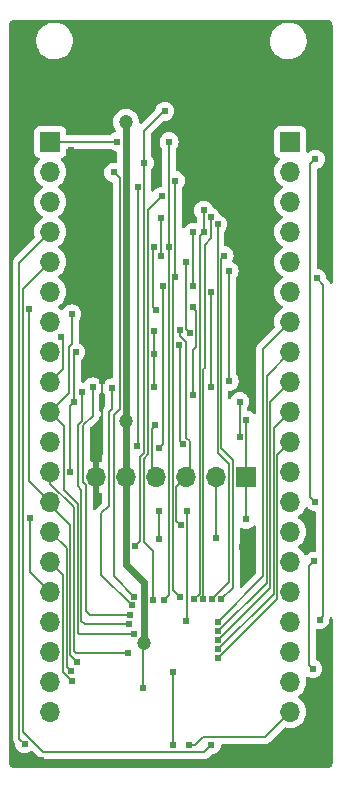
<source format=gbl>
%TF.GenerationSoftware,KiCad,Pcbnew,7.0.5*%
%TF.CreationDate,2023-07-19T21:52:06+09:00*%
%TF.ProjectId,MEZ80SPI_NOEX,4d455a38-3053-4504-995f-4e4f45582e6b,2.0*%
%TF.SameCoordinates,PX6e3c370PY76b1be0*%
%TF.FileFunction,Copper,L2,Bot*%
%TF.FilePolarity,Positive*%
%FSLAX46Y46*%
G04 Gerber Fmt 4.6, Leading zero omitted, Abs format (unit mm)*
G04 Created by KiCad (PCBNEW 7.0.5) date 2023-07-19 21:52:06*
%MOMM*%
%LPD*%
G01*
G04 APERTURE LIST*
%TA.AperFunction,ComponentPad*%
%ADD10R,1.700000X1.700000*%
%TD*%
%TA.AperFunction,ComponentPad*%
%ADD11O,1.700000X1.700000*%
%TD*%
%TA.AperFunction,ViaPad*%
%ADD12C,1.200000*%
%TD*%
%TA.AperFunction,ViaPad*%
%ADD13C,0.605000*%
%TD*%
%TA.AperFunction,ViaPad*%
%ADD14C,0.900000*%
%TD*%
%TA.AperFunction,Conductor*%
%ADD15C,0.600000*%
%TD*%
%TA.AperFunction,Conductor*%
%ADD16C,0.152400*%
%TD*%
%TA.AperFunction,Conductor*%
%ADD17C,0.200000*%
%TD*%
G04 APERTURE END LIST*
D10*
X20390000Y24950000D03*
D11*
X17850000Y24950000D03*
X15310000Y24950000D03*
X12770000Y24950000D03*
X10230000Y24950000D03*
X7690000Y24950000D03*
D10*
X3790000Y53340000D03*
D11*
X3790000Y50800000D03*
X3790000Y48260000D03*
X3790000Y45720000D03*
X3790000Y43180000D03*
X3790000Y40640000D03*
X3790000Y38100000D03*
X3790000Y35560000D03*
X3790000Y33020000D03*
X3790000Y30480000D03*
X3790000Y27940000D03*
X3790000Y25400000D03*
X3790000Y22860000D03*
X3790000Y20320000D03*
X3790000Y17780000D03*
X3790000Y15240000D03*
X3790000Y12700000D03*
X3790000Y10160000D03*
X3790000Y7620000D03*
X3790000Y5080000D03*
D10*
X24110000Y53340000D03*
D11*
X24110000Y50800000D03*
X24110000Y48260000D03*
X24110000Y45720000D03*
X24110000Y43180000D03*
X24110000Y40640000D03*
X24110000Y38100000D03*
X24110000Y35560000D03*
X24110000Y33020000D03*
X24110000Y30480000D03*
X24110000Y27940000D03*
X24110000Y25400000D03*
X24110000Y22860000D03*
X24110000Y20320000D03*
X24110000Y17780000D03*
X24110000Y15240000D03*
X24110000Y12700000D03*
X24110000Y10160000D03*
X24110000Y7620000D03*
X24110000Y5080000D03*
D12*
X11700000Y10930000D03*
D13*
X11610000Y7100000D03*
D12*
X10229998Y55030000D03*
X10230000Y29680000D03*
D13*
X26000000Y20860000D03*
D12*
X16160000Y52930000D03*
D13*
X8160000Y33130000D03*
X18000000Y60000000D03*
X5000000Y59000000D03*
X27000000Y44000000D03*
X20000000Y19000000D03*
X7000000Y61000000D03*
X9060000Y52040000D03*
X5580000Y52630000D03*
X21000000Y61000000D03*
X20880000Y30840000D03*
D14*
X27000000Y11000000D03*
D13*
X1000000Y58000000D03*
X7000000Y55000000D03*
X26000000Y2000000D03*
X3000000Y1000000D03*
X21580000Y54920000D03*
X21000000Y2000000D03*
X22000000Y58000000D03*
X1000000Y53000000D03*
X1000000Y47000000D03*
X7870000Y26660000D03*
X27000000Y50000000D03*
X22230000Y40590000D03*
X27000000Y58000000D03*
D12*
X16000000Y58000000D03*
D13*
X9150000Y50750000D03*
X10920000Y14810000D03*
X11140000Y27550000D03*
X12960000Y22050000D03*
X12960006Y19710000D03*
X11220000Y49500000D03*
X17950000Y46361400D03*
X17493538Y14620706D03*
X18260000Y14621100D03*
X13170000Y46930000D03*
X18510000Y43708600D03*
X13170000Y43710000D03*
X13317500Y41160000D03*
X15300000Y12800000D03*
X15370000Y22090000D03*
X15870000Y41170000D03*
X12990000Y27430000D03*
X15870000Y45670000D03*
X17950000Y12720000D03*
X12611100Y44400000D03*
X12710000Y39130000D03*
X18024455Y11925545D03*
X15599300Y37177702D03*
X15320000Y43130000D03*
X17990000Y11140000D03*
X18940000Y42410000D03*
X18940000Y33075100D03*
X18000000Y10370000D03*
X17380000Y32575100D03*
X17381100Y40590000D03*
X15860000Y31890000D03*
X18010000Y9610000D03*
X15870000Y39320000D03*
X14838900Y20870000D03*
X5545545Y8535545D03*
X14778898Y37450000D03*
X15040000Y27750000D03*
X5640000Y7690000D03*
X14690000Y36170000D03*
X17830000Y19790000D03*
X5941459Y35520002D03*
X19830000Y31350000D03*
X5830000Y31340000D03*
X5489992Y25360026D03*
X19830000Y28390000D03*
X10360000Y10090000D03*
X10540000Y13290000D03*
X7380000Y32600000D03*
X12611100Y37360000D03*
X12611100Y35349700D03*
X9000000Y32510000D03*
X10670000Y14090000D03*
X12599996Y32550000D03*
X10470000Y12480000D03*
X4660000Y36790000D03*
X6490859Y32136412D03*
X5620000Y38780000D03*
X10900000Y11680000D03*
X2021100Y39180000D03*
X6080000Y9280000D03*
X14389997Y41860003D03*
X14390000Y50060000D03*
X14776288Y14778284D03*
X26350000Y41780000D03*
X26620000Y12900000D03*
X13450000Y14550000D03*
X9450000Y53350000D03*
X13849990Y44400000D03*
X13850000Y53350000D03*
X16770000Y47540000D03*
X16770000Y45670000D03*
X15978761Y14627503D03*
X16736136Y14621080D03*
X17390000Y46940000D03*
X12530000Y14570000D03*
X13230000Y48741100D03*
X26240000Y51880000D03*
X26240000Y22860000D03*
X11761098Y51568899D03*
X10990000Y19120000D03*
X13490000Y55930000D03*
X14180000Y2300000D03*
X14200000Y8470000D03*
X1610000Y2390000D03*
X17440000Y2290000D03*
X26080000Y17830000D03*
X26020000Y8740000D03*
X15560000Y2310000D03*
X20390000Y21370000D03*
X20390000Y29800000D03*
X2070000Y21500000D03*
X12684455Y29365545D03*
D15*
X10230000Y24950000D02*
X10185100Y24994900D01*
X10230000Y29680000D02*
X10230000Y55029998D01*
X10185100Y24994900D02*
X10185100Y29635100D01*
D16*
X11610000Y10840000D02*
X11700000Y10930000D01*
D15*
X11700000Y16070000D02*
X10230000Y17540000D01*
D16*
X11610000Y7100000D02*
X11610000Y10840000D01*
D15*
X10230000Y17540000D02*
X10230000Y24950000D01*
X11700000Y10930000D02*
X11700000Y16070000D01*
X10185100Y29635100D02*
X10230000Y29680000D01*
D16*
X16160000Y57840000D02*
X16000000Y58000000D01*
D15*
X16190000Y52960000D02*
X16190000Y57810000D01*
X16160000Y52930000D02*
X16190000Y52960000D01*
D17*
X8160000Y33130000D02*
X8160000Y26950000D01*
X8160000Y26950000D02*
X7870000Y26660000D01*
D15*
X16190000Y57810000D02*
X16160000Y57840000D01*
D16*
X9660000Y30728948D02*
X9660000Y50240000D01*
X10920000Y14810000D02*
X9150000Y16580000D01*
X9150000Y30218948D02*
X9660000Y30728948D01*
X9660000Y50240000D02*
X9150000Y50750000D01*
X9150000Y16580000D02*
X9150000Y30218948D01*
X11220000Y49500000D02*
X11220000Y27630000D01*
X11220000Y27630000D02*
X11140000Y27550000D01*
X12960000Y19710006D02*
X12960000Y22050000D01*
X12960006Y19710000D02*
X12960000Y19710006D01*
X18928600Y16055768D02*
X17493538Y14620706D01*
X17950000Y27020000D02*
X18928600Y26041400D01*
X17950000Y46361400D02*
X17950000Y27020000D01*
X18928600Y26041400D02*
X18928600Y16055768D01*
X18260000Y27400000D02*
X19240000Y26420000D01*
X19240000Y26420000D02*
X19240000Y15601100D01*
X13170000Y43710000D02*
X13170000Y46930000D01*
X18260000Y43458600D02*
X18260000Y27400000D01*
X18510000Y43708600D02*
X18260000Y43458600D01*
X19240000Y15601100D02*
X18260000Y14621100D01*
X13317500Y27757500D02*
X12990000Y27430000D01*
X13317500Y41160000D02*
X13317500Y27757500D01*
X15870000Y41170000D02*
X15870000Y45670000D01*
X15370000Y12870000D02*
X15370000Y22090000D01*
X15300000Y12800000D02*
X15370000Y12870000D01*
X17950000Y12720000D02*
X21784800Y16554800D01*
X21784800Y16554800D02*
X21784800Y35774800D01*
X12480000Y39360000D02*
X12480000Y44268900D01*
X21784800Y35774800D02*
X24110000Y38100000D01*
X12710000Y39130000D02*
X12480000Y39360000D01*
X12480000Y44268900D02*
X12611100Y44400000D01*
X15310000Y37467002D02*
X15599300Y37177702D01*
X15320000Y43130000D02*
X15310000Y43120000D01*
X22104800Y33554800D02*
X22104800Y16005890D01*
X24110000Y35560000D02*
X22104800Y33554800D01*
X22104800Y16005890D02*
X18024455Y11925545D01*
X15310000Y43120000D02*
X15310000Y37467002D01*
X22420000Y31330000D02*
X24110000Y33020000D01*
X22420000Y15570000D02*
X22420000Y31330000D01*
X18940000Y42410000D02*
X18940000Y33075100D01*
X17990000Y11140000D02*
X22420000Y15570000D01*
X17380000Y40588900D02*
X17381100Y40590000D01*
X18000000Y10370000D02*
X22724800Y15094800D01*
X22724800Y29094800D02*
X24110000Y30480000D01*
X22724800Y15094800D02*
X22724800Y29094800D01*
X17380000Y32575100D02*
X17380000Y40588900D01*
X18010000Y9610000D02*
X23029600Y14629600D01*
X16130400Y39059600D02*
X16130400Y35980400D01*
X15870000Y39320000D02*
X16130400Y39059600D01*
X23029600Y14629600D02*
X23029600Y26859600D01*
X15860000Y35710000D02*
X15860000Y31890000D01*
X23029600Y26859600D02*
X24110000Y27940000D01*
X16130400Y35980400D02*
X15860000Y35710000D01*
X15310000Y28291089D02*
X15310000Y36377962D01*
X15310000Y24950000D02*
X14460000Y24100000D01*
X14778898Y36909064D02*
X14778898Y37450000D01*
X5190400Y8890690D02*
X5545545Y8535545D01*
X15310000Y24950000D02*
X15591100Y25231100D01*
X15591100Y28009989D02*
X15310000Y28291089D01*
X15310000Y36377962D02*
X14778898Y36909064D01*
X5190400Y18919600D02*
X5190400Y8890690D01*
X14460000Y24100000D02*
X14460000Y21248900D01*
X14460000Y21248900D02*
X14838900Y20870000D01*
X15591100Y25231100D02*
X15591100Y28009989D01*
X3790000Y20320000D02*
X5190400Y18919600D01*
X4885600Y16684400D02*
X4885600Y8444400D01*
X14770000Y36090000D02*
X14770000Y28020000D01*
X17850000Y19810000D02*
X17850000Y24950000D01*
X14690000Y36170000D02*
X14770000Y36090000D01*
X3790000Y17780000D02*
X4885600Y16684400D01*
X4885600Y8444400D02*
X5640000Y7690000D01*
X17830000Y19790000D02*
X17850000Y19810000D01*
X14770000Y28020000D02*
X15040000Y27750000D01*
X5830000Y31340000D02*
X5830000Y35408543D01*
X5800000Y21811052D02*
X5775600Y21835452D01*
X10360000Y10090000D02*
X5980000Y10090000D01*
X3790000Y24400000D02*
X3790000Y25400000D01*
X5775600Y21835452D02*
X5775600Y22414400D01*
X5775600Y22414400D02*
X3790000Y24400000D01*
X5830000Y35408543D02*
X5941459Y35520002D01*
X19830000Y31430000D02*
X19830000Y31350000D01*
X5800000Y10270000D02*
X5800000Y21811052D01*
X5489992Y30999992D02*
X5489992Y25360026D01*
X19830000Y28390000D02*
X19830000Y31430000D01*
X5980000Y10090000D02*
X5800000Y10270000D01*
X5830000Y31340000D02*
X5489992Y30999992D01*
X6830000Y24284629D02*
X6600000Y24514629D01*
X7380000Y30170000D02*
X7380000Y32600000D01*
X10540000Y13290000D02*
X7120000Y13290000D01*
X7120000Y13290000D02*
X6830000Y13580000D01*
X6600000Y29390000D02*
X7380000Y30170000D01*
X6600000Y24514629D02*
X6600000Y29390000D01*
X6830000Y13580000D02*
X6830000Y24284629D01*
X9000000Y30700000D02*
X9000000Y32510000D01*
X8768600Y22548600D02*
X8768600Y30468600D01*
X12611100Y35349700D02*
X12611100Y32561104D01*
X8768600Y30468600D02*
X9000000Y30700000D01*
X10670000Y14090000D02*
X8100000Y16660000D01*
X12611100Y32561104D02*
X12599996Y32550000D01*
X8100000Y21880000D02*
X8768600Y22548600D01*
X12611100Y35349700D02*
X12611100Y37360000D01*
X8100000Y16660000D02*
X8100000Y21880000D01*
X6490859Y29730859D02*
X6490859Y32136412D01*
X6121100Y24199300D02*
X6121100Y29361100D01*
X10470000Y12480000D02*
X6690000Y12480000D01*
X6415200Y12754800D02*
X6415200Y23905200D01*
X6415200Y23905200D02*
X6121100Y24199300D01*
X6690000Y12480000D02*
X6415200Y12754800D01*
X4868600Y36581400D02*
X4660000Y36790000D01*
X3790000Y33020000D02*
X4868600Y34098600D01*
X4868600Y34098600D02*
X4868600Y36581400D01*
X6121100Y29361100D02*
X6490859Y29730859D01*
X6190000Y11680000D02*
X10900000Y11680000D01*
X6110400Y22688548D02*
X6110400Y11759600D01*
X5658700Y36238700D02*
X5410359Y35990359D01*
X5410359Y32100359D02*
X3790000Y30480000D01*
X4945200Y29324800D02*
X4945200Y23853748D01*
X4945200Y23853748D02*
X6110400Y22688548D01*
X5620000Y38780000D02*
X5658700Y38741300D01*
X5410359Y35990359D02*
X5410359Y32100359D01*
X3790000Y30480000D02*
X4945200Y29324800D01*
X6110400Y11759600D02*
X6190000Y11680000D01*
X5658700Y38741300D02*
X5658700Y36238700D01*
X5495200Y9864800D02*
X5495200Y20884800D01*
X2021100Y24628900D02*
X2021100Y39180000D01*
X6080000Y9280000D02*
X5495200Y9864800D01*
X5495200Y20884800D02*
X3790000Y22590000D01*
X3790000Y22860000D02*
X2021100Y24628900D01*
X3790000Y22590000D02*
X3790000Y22860000D01*
X14390000Y50060000D02*
X14390000Y41860006D01*
X14389997Y41860003D02*
X14154833Y41624839D01*
X14154833Y15399739D02*
X14776288Y14778284D01*
X14154833Y41624839D02*
X14154833Y15399739D01*
X26900000Y41230000D02*
X26350000Y41780000D01*
X26620000Y12900000D02*
X26900000Y13180000D01*
X26900000Y13180000D02*
X26900000Y41230000D01*
X9440000Y53340000D02*
X3790000Y53340000D01*
X9450000Y53350000D02*
X9440000Y53340000D01*
X13849990Y14949990D02*
X13849990Y44400000D01*
X13450000Y14550000D02*
X13849990Y14949990D01*
X13850000Y44400010D02*
X13849990Y44400000D01*
X13850000Y53350000D02*
X13850000Y44400010D01*
X16435200Y15083942D02*
X15978761Y14627503D01*
X16770000Y45670000D02*
X16435200Y45335200D01*
X16770000Y47540000D02*
X16770000Y45670000D01*
X16435200Y45335200D02*
X16435200Y15083942D01*
X16850000Y44640000D02*
X16850000Y34190000D01*
X17380000Y45170000D02*
X16850000Y44640000D01*
X16760000Y14644944D02*
X16736136Y14621080D01*
X17380000Y46930000D02*
X17380000Y45170000D01*
X16850000Y34190000D02*
X16760000Y34100000D01*
X17390000Y46940000D02*
X17380000Y46930000D01*
X16760000Y34100000D02*
X16760000Y14644944D01*
X11691400Y19505163D02*
X11691400Y26499259D01*
X12530000Y18666563D02*
X11691400Y19505163D01*
X12068896Y26876755D02*
X12068896Y47579996D01*
X12068896Y47579996D02*
X13230000Y48741100D01*
X11691400Y26499259D02*
X12068896Y26876755D01*
X12530000Y14570000D02*
X12530000Y18666563D01*
X25818900Y51458900D02*
X25818900Y23281100D01*
X26240000Y51880000D02*
X25818900Y51458900D01*
X25818900Y23281100D02*
X26240000Y22860000D01*
X11379989Y19509989D02*
X11379989Y26618900D01*
X11761098Y27000009D02*
X11761098Y51568899D01*
X13490000Y55930000D02*
X13390000Y55930000D01*
X11379989Y26618900D02*
X11761098Y27000009D01*
X11761098Y54301098D02*
X11761098Y51568899D01*
X10990000Y19120000D02*
X11379989Y19509989D01*
X13390000Y55930000D02*
X11761098Y54301098D01*
X14180000Y2300000D02*
X14180000Y8450000D01*
X14180000Y8450000D02*
X14200000Y8470000D01*
X1185200Y43115200D02*
X1185200Y2814800D01*
X1185200Y2814800D02*
X1610000Y2390000D01*
X3790000Y45720000D02*
X1185200Y43115200D01*
X3210000Y1670000D02*
X1490000Y3390000D01*
X17440000Y2290000D02*
X16820000Y1670000D01*
X1490000Y3390000D02*
X1490000Y40880000D01*
X1490000Y40880000D02*
X3790000Y43180000D01*
X16820000Y1670000D02*
X3210000Y1670000D01*
X25710000Y17460000D02*
X26080000Y17830000D01*
X25710000Y9050000D02*
X25710000Y17460000D01*
X26020000Y8740000D02*
X25710000Y9050000D01*
X16690000Y2940000D02*
X21970000Y2940000D01*
X21970000Y2940000D02*
X24110000Y5080000D01*
X15560000Y2310000D02*
X16060000Y2310000D01*
X16060000Y2310000D02*
X16690000Y2940000D01*
X20390000Y24950000D02*
X20390000Y29800000D01*
X20390000Y21370000D02*
X20390000Y24950000D01*
X3790000Y15240000D02*
X2070000Y16960000D01*
X2070000Y16960000D02*
X2070000Y21500000D01*
X12390000Y29071090D02*
X12684455Y29365545D01*
X12390000Y25330000D02*
X12390000Y29071090D01*
X12770000Y24950000D02*
X12390000Y25330000D01*
%TA.AperFunction,Conductor*%
G36*
X27193033Y63699172D02*
G01*
X27193064Y63699169D01*
X27202083Y63699170D01*
X27202087Y63699168D01*
X27245612Y63699170D01*
X27253712Y63698639D01*
X27311277Y63691064D01*
X27349834Y63685989D01*
X27381100Y63677612D01*
X27458563Y63645527D01*
X27459348Y63645202D01*
X27487380Y63629018D01*
X27554573Y63577460D01*
X27577459Y63554574D01*
X27601742Y63522928D01*
X27629016Y63487383D01*
X27645201Y63459349D01*
X27677610Y63381104D01*
X27685988Y63349833D01*
X27698638Y63253713D01*
X27699169Y63245613D01*
X27699168Y63192108D01*
X27699170Y63192083D01*
X27699170Y41431012D01*
X27679485Y41363973D01*
X27626681Y41318218D01*
X27557523Y41308274D01*
X27493967Y41337299D01*
X27460609Y41383559D01*
X27403746Y41520838D01*
X27370505Y41564159D01*
X27333260Y41612698D01*
X27333252Y41612708D01*
X27325089Y41623346D01*
X27311307Y41641307D01*
X27299952Y41650020D01*
X27284283Y41662044D01*
X27278180Y41667397D01*
X27187810Y41757767D01*
X27154325Y41819090D01*
X27152271Y41831565D01*
X27137822Y41959808D01*
X27137821Y41959813D01*
X27137821Y41959815D01*
X27078056Y42130613D01*
X26981783Y42283830D01*
X26853830Y42411783D01*
X26700612Y42508057D01*
X26529809Y42567823D01*
X26505716Y42570537D01*
X26441302Y42597604D01*
X26401747Y42655198D01*
X26395600Y42693757D01*
X26395600Y50995723D01*
X26415285Y51062762D01*
X26468089Y51108517D01*
X26478646Y51112765D01*
X26590613Y51151944D01*
X26743830Y51248217D01*
X26871783Y51376170D01*
X26968056Y51529387D01*
X27027821Y51700185D01*
X27038315Y51793326D01*
X27048081Y51879997D01*
X27048081Y51880004D01*
X27027822Y52059807D01*
X27027821Y52059813D01*
X27027821Y52059815D01*
X26968056Y52230613D01*
X26871783Y52383830D01*
X26743830Y52511783D01*
X26663624Y52562180D01*
X26590612Y52608057D01*
X26419812Y52667822D01*
X26419806Y52667823D01*
X26240004Y52688081D01*
X26239996Y52688081D01*
X26060193Y52667823D01*
X26060187Y52667822D01*
X25889387Y52608057D01*
X25736171Y52511784D01*
X25672180Y52447793D01*
X25610856Y52414309D01*
X25541165Y52419294D01*
X25485231Y52461165D01*
X25460815Y52526630D01*
X25460499Y52535449D01*
X25460499Y54237872D01*
X25454091Y54297483D01*
X25403796Y54432331D01*
X25403795Y54432332D01*
X25403793Y54432336D01*
X25317547Y54547545D01*
X25317544Y54547548D01*
X25202335Y54633794D01*
X25202328Y54633798D01*
X25067482Y54684092D01*
X25067483Y54684092D01*
X25007883Y54690499D01*
X25007881Y54690500D01*
X25007873Y54690500D01*
X25007864Y54690500D01*
X23212129Y54690500D01*
X23212123Y54690499D01*
X23152516Y54684092D01*
X23017671Y54633798D01*
X23017664Y54633794D01*
X22902455Y54547548D01*
X22902452Y54547545D01*
X22816206Y54432336D01*
X22816202Y54432329D01*
X22765908Y54297483D01*
X22759501Y54237884D01*
X22759501Y54237877D01*
X22759500Y54237865D01*
X22759500Y52442130D01*
X22759501Y52442124D01*
X22765908Y52382517D01*
X22816202Y52247672D01*
X22816206Y52247665D01*
X22902452Y52132456D01*
X22902455Y52132453D01*
X23017664Y52046207D01*
X23017671Y52046203D01*
X23149081Y51997190D01*
X23205015Y51955319D01*
X23229432Y51889855D01*
X23214580Y51821582D01*
X23193430Y51793327D01*
X23071503Y51671400D01*
X22935965Y51477831D01*
X22935964Y51477829D01*
X22836098Y51263665D01*
X22836094Y51263656D01*
X22774938Y51035414D01*
X22774936Y51035404D01*
X22754341Y50800001D01*
X22754341Y50800000D01*
X22774936Y50564597D01*
X22774938Y50564587D01*
X22836094Y50336345D01*
X22836096Y50336341D01*
X22836097Y50336337D01*
X22878143Y50246170D01*
X22935965Y50122170D01*
X22935967Y50122166D01*
X23044281Y49967479D01*
X23067178Y49934778D01*
X23071501Y49928605D01*
X23071506Y49928598D01*
X23238597Y49761507D01*
X23238603Y49761502D01*
X23424158Y49631575D01*
X23467783Y49576998D01*
X23474977Y49507500D01*
X23443454Y49445145D01*
X23424158Y49428425D01*
X23238597Y49298495D01*
X23071505Y49131403D01*
X22935965Y48937831D01*
X22935964Y48937829D01*
X22836098Y48723665D01*
X22836094Y48723656D01*
X22774938Y48495414D01*
X22774936Y48495404D01*
X22754341Y48260001D01*
X22754341Y48260000D01*
X22774936Y48024597D01*
X22774938Y48024587D01*
X22836094Y47796345D01*
X22836096Y47796341D01*
X22836097Y47796337D01*
X22870808Y47721899D01*
X22935965Y47582170D01*
X22935967Y47582166D01*
X23071501Y47388605D01*
X23071506Y47388598D01*
X23238597Y47221507D01*
X23238603Y47221502D01*
X23424158Y47091575D01*
X23467783Y47036998D01*
X23474977Y46967500D01*
X23443454Y46905145D01*
X23424158Y46888425D01*
X23238597Y46758495D01*
X23071505Y46591403D01*
X22935965Y46397831D01*
X22935964Y46397829D01*
X22836098Y46183665D01*
X22836094Y46183656D01*
X22774938Y45955414D01*
X22774936Y45955404D01*
X22754341Y45720001D01*
X22754341Y45720000D01*
X22774936Y45484597D01*
X22774938Y45484587D01*
X22836094Y45256345D01*
X22836096Y45256341D01*
X22836097Y45256337D01*
X22915488Y45086083D01*
X22935965Y45042170D01*
X22935967Y45042166D01*
X23071501Y44848605D01*
X23071506Y44848598D01*
X23238597Y44681507D01*
X23238603Y44681502D01*
X23424158Y44551575D01*
X23467783Y44496998D01*
X23474977Y44427500D01*
X23443454Y44365145D01*
X23424158Y44348425D01*
X23238597Y44218495D01*
X23071505Y44051403D01*
X22935965Y43857831D01*
X22935964Y43857829D01*
X22836098Y43643665D01*
X22836094Y43643656D01*
X22774938Y43415414D01*
X22774936Y43415404D01*
X22754341Y43180001D01*
X22754341Y43180000D01*
X22774936Y42944597D01*
X22774938Y42944587D01*
X22836094Y42716345D01*
X22836096Y42716341D01*
X22836097Y42716337D01*
X22933220Y42508057D01*
X22935965Y42502170D01*
X22935967Y42502166D01*
X23071501Y42308605D01*
X23071506Y42308598D01*
X23238597Y42141507D01*
X23238603Y42141502D01*
X23424158Y42011575D01*
X23467783Y41956998D01*
X23474977Y41887500D01*
X23443454Y41825145D01*
X23424158Y41808425D01*
X23238597Y41678495D01*
X23071505Y41511403D01*
X22935965Y41317831D01*
X22935964Y41317829D01*
X22836098Y41103665D01*
X22836094Y41103656D01*
X22774938Y40875414D01*
X22774936Y40875404D01*
X22754341Y40640001D01*
X22754341Y40640000D01*
X22774936Y40404597D01*
X22774938Y40404587D01*
X22836094Y40176345D01*
X22836096Y40176341D01*
X22836097Y40176337D01*
X22836100Y40176331D01*
X22935965Y39962170D01*
X22935967Y39962166D01*
X23071501Y39768605D01*
X23071506Y39768598D01*
X23238597Y39601507D01*
X23238603Y39601502D01*
X23424158Y39471575D01*
X23467783Y39416998D01*
X23474977Y39347500D01*
X23443454Y39285145D01*
X23424158Y39268425D01*
X23238597Y39138495D01*
X23071505Y38971403D01*
X22935965Y38777831D01*
X22935964Y38777829D01*
X22836098Y38563665D01*
X22836094Y38563656D01*
X22774938Y38335414D01*
X22774936Y38335404D01*
X22754341Y38100001D01*
X22754341Y38100000D01*
X22774936Y37864597D01*
X22774938Y37864587D01*
X22816440Y37709699D01*
X22814777Y37639849D01*
X22784346Y37589925D01*
X21406613Y36212191D01*
X21400510Y36206840D01*
X21373494Y36186108D01*
X21339078Y36141260D01*
X21339078Y36141258D01*
X21323771Y36121308D01*
X21281053Y36065638D01*
X21222944Y35925350D01*
X21222943Y35925348D01*
X21213135Y35850839D01*
X21213135Y35850838D01*
X21203124Y35774800D01*
X21205506Y35756704D01*
X21207569Y35741039D01*
X21208100Y35732937D01*
X21208100Y30416875D01*
X21188415Y30349836D01*
X21135611Y30304081D01*
X21066453Y30294137D01*
X21002897Y30323162D01*
X20996419Y30329194D01*
X20893830Y30431783D01*
X20740612Y30528057D01*
X20569809Y30587823D01*
X20516815Y30593794D01*
X20452401Y30620861D01*
X20412847Y30678457D01*
X20406700Y30717014D01*
X20406700Y30739725D01*
X20426385Y30806764D01*
X20443019Y30827406D01*
X20449033Y30833420D01*
X20461783Y30846170D01*
X20558056Y30999387D01*
X20617821Y31170185D01*
X20638081Y31350000D01*
X20637923Y31351401D01*
X20617822Y31529807D01*
X20617821Y31529813D01*
X20617821Y31529815D01*
X20558056Y31700613D01*
X20461783Y31853830D01*
X20333830Y31981783D01*
X20300154Y32002943D01*
X20180612Y32078057D01*
X20009812Y32137822D01*
X20009806Y32137823D01*
X19830004Y32158081D01*
X19829996Y32158081D01*
X19650193Y32137823D01*
X19650187Y32137822D01*
X19479387Y32078057D01*
X19326169Y31981783D01*
X19198217Y31853831D01*
X19101943Y31700613D01*
X19077742Y31631448D01*
X19037020Y31574672D01*
X18972068Y31548924D01*
X18903506Y31562380D01*
X18853103Y31610767D01*
X18836700Y31672402D01*
X18836700Y32144567D01*
X18856385Y32211606D01*
X18909189Y32257361D01*
X18946817Y32267787D01*
X19119807Y32287278D01*
X19119808Y32287279D01*
X19119815Y32287279D01*
X19290613Y32347044D01*
X19443830Y32443317D01*
X19571783Y32571270D01*
X19668056Y32724487D01*
X19727821Y32895285D01*
X19738934Y32993919D01*
X19748081Y33075097D01*
X19748081Y33075104D01*
X19727822Y33254907D01*
X19727821Y33254913D01*
X19727821Y33254915D01*
X19668056Y33425713D01*
X19571783Y33578930D01*
X19553019Y33597694D01*
X19519534Y33659017D01*
X19516700Y33685375D01*
X19516700Y41799725D01*
X19536385Y41866764D01*
X19553021Y41887408D01*
X19571782Y41906169D01*
X19571783Y41906170D01*
X19668056Y42059387D01*
X19727821Y42230185D01*
X19748081Y42410000D01*
X19747880Y42411783D01*
X19727822Y42589807D01*
X19727821Y42589813D01*
X19727821Y42589815D01*
X19668056Y42760613D01*
X19571783Y42913830D01*
X19443830Y43041783D01*
X19290613Y43138056D01*
X19290612Y43138057D01*
X19290611Y43138057D01*
X19281005Y43141419D01*
X19224231Y43182143D01*
X19198487Y43247097D01*
X19211946Y43315658D01*
X19216972Y43324432D01*
X19220375Y43329848D01*
X19238056Y43357987D01*
X19297821Y43528785D01*
X19310764Y43643656D01*
X19318081Y43708597D01*
X19318081Y43708604D01*
X19297822Y43888407D01*
X19297821Y43888413D01*
X19297821Y43888415D01*
X19238056Y44059213D01*
X19141783Y44212430D01*
X19013830Y44340383D01*
X18875185Y44427500D01*
X18860612Y44436657D01*
X18689809Y44496423D01*
X18636815Y44502394D01*
X18572401Y44529461D01*
X18532847Y44587057D01*
X18526700Y44625614D01*
X18526700Y45751125D01*
X18546385Y45818164D01*
X18563021Y45838808D01*
X18581782Y45857569D01*
X18643256Y45955404D01*
X18678056Y46010787D01*
X18737821Y46181585D01*
X18758081Y46361400D01*
X18753976Y46397829D01*
X18737822Y46541207D01*
X18737821Y46541213D01*
X18737821Y46541215D01*
X18678056Y46712013D01*
X18581783Y46865230D01*
X18453830Y46993183D01*
X18415276Y47017408D01*
X18300615Y47089455D01*
X18300611Y47089457D01*
X18229157Y47114460D01*
X18172381Y47155182D01*
X18153070Y47190547D01*
X18142238Y47221502D01*
X18118056Y47290613D01*
X18109576Y47304108D01*
X18021782Y47443831D01*
X17893830Y47571783D01*
X17740610Y47668058D01*
X17609319Y47713999D01*
X17552543Y47754720D01*
X17533232Y47790086D01*
X17498056Y47890613D01*
X17401782Y48043831D01*
X17273830Y48171783D01*
X17120612Y48268057D01*
X16949812Y48327822D01*
X16949806Y48327823D01*
X16770004Y48348081D01*
X16769996Y48348081D01*
X16590193Y48327823D01*
X16590187Y48327822D01*
X16419387Y48268057D01*
X16266169Y48171783D01*
X16138217Y48043831D01*
X16041943Y47890613D01*
X15982178Y47719813D01*
X15982177Y47719807D01*
X15961919Y47540004D01*
X15961919Y47539997D01*
X15982177Y47360194D01*
X15982178Y47360188D01*
X16041943Y47189388D01*
X16138217Y47036169D01*
X16156979Y47017408D01*
X16190466Y46956086D01*
X16193300Y46929725D01*
X16193300Y46580411D01*
X16173615Y46513372D01*
X16120811Y46467617D01*
X16055417Y46457191D01*
X15870004Y46478081D01*
X15869996Y46478081D01*
X15690193Y46457823D01*
X15690187Y46457822D01*
X15519387Y46398057D01*
X15366169Y46301783D01*
X15238217Y46173831D01*
X15238215Y46173828D01*
X15195693Y46106155D01*
X15143358Y46059864D01*
X15074305Y46049217D01*
X15010457Y46077592D01*
X14972085Y46135982D01*
X14966700Y46172128D01*
X14966700Y49449725D01*
X14986385Y49516764D01*
X15003019Y49537406D01*
X15009916Y49544303D01*
X15021783Y49556170D01*
X15118056Y49709387D01*
X15177821Y49880185D01*
X15183972Y49934778D01*
X15198081Y50059997D01*
X15198081Y50060004D01*
X15177822Y50239807D01*
X15177821Y50239813D01*
X15177821Y50239815D01*
X15118056Y50410613D01*
X15021783Y50563830D01*
X14893830Y50691783D01*
X14740612Y50788057D01*
X14569812Y50847822D01*
X14569808Y50847823D01*
X14536815Y50851540D01*
X14472402Y50878607D01*
X14432847Y50936202D01*
X14426700Y50974760D01*
X14426700Y52739726D01*
X14446385Y52806765D01*
X14463016Y52827404D01*
X14481783Y52846170D01*
X14578056Y52999387D01*
X14637821Y53170185D01*
X14658081Y53350000D01*
X14637821Y53529815D01*
X14578056Y53700613D01*
X14481783Y53853830D01*
X14353830Y53981783D01*
X14200612Y54078057D01*
X14029812Y54137822D01*
X14029806Y54137823D01*
X13850004Y54158081D01*
X13849996Y54158081D01*
X13670193Y54137823D01*
X13670187Y54137822D01*
X13499387Y54078057D01*
X13346169Y53981783D01*
X13218217Y53853831D01*
X13121943Y53700613D01*
X13062178Y53529813D01*
X13062177Y53529807D01*
X13041919Y53350004D01*
X13041919Y53349997D01*
X13062177Y53170194D01*
X13062178Y53170188D01*
X13121943Y52999388D01*
X13121944Y52999387D01*
X13218217Y52846170D01*
X13236980Y52827407D01*
X13270466Y52766087D01*
X13273300Y52739726D01*
X13273300Y49664874D01*
X13253615Y49597835D01*
X13200811Y49552080D01*
X13163184Y49541654D01*
X13050192Y49528923D01*
X13050187Y49528922D01*
X12879387Y49469157D01*
X12726169Y49372883D01*
X12598217Y49244931D01*
X12598215Y49244928D01*
X12566791Y49194917D01*
X12514456Y49148626D01*
X12445403Y49137979D01*
X12381555Y49166354D01*
X12343183Y49224744D01*
X12337798Y49260890D01*
X12337798Y50958625D01*
X12357483Y51025664D01*
X12374114Y51046303D01*
X12392881Y51065069D01*
X12489154Y51218286D01*
X12548919Y51389084D01*
X12558944Y51478057D01*
X12569179Y51568896D01*
X12569179Y51568903D01*
X12548920Y51748706D01*
X12548919Y51748712D01*
X12548919Y51748714D01*
X12489154Y51919512D01*
X12392881Y52072729D01*
X12374117Y52091493D01*
X12340632Y52152816D01*
X12337798Y52179174D01*
X12337798Y54010861D01*
X12357483Y54077900D01*
X12374112Y54098537D01*
X13364639Y55089064D01*
X13425960Y55122547D01*
X13466200Y55124601D01*
X13490000Y55121919D01*
X13490001Y55121920D01*
X13490002Y55121919D01*
X13490003Y55121919D01*
X13669806Y55142178D01*
X13669805Y55142178D01*
X13669815Y55142179D01*
X13840613Y55201944D01*
X13993830Y55298217D01*
X14121783Y55426170D01*
X14218056Y55579387D01*
X14277821Y55750185D01*
X14298081Y55930000D01*
X14288014Y56019345D01*
X14277822Y56109807D01*
X14277821Y56109813D01*
X14277821Y56109815D01*
X14218056Y56280613D01*
X14121783Y56433830D01*
X13993830Y56561783D01*
X13840612Y56658057D01*
X13669812Y56717822D01*
X13669806Y56717823D01*
X13490004Y56738081D01*
X13489996Y56738081D01*
X13310193Y56717823D01*
X13310187Y56717822D01*
X13139387Y56658057D01*
X12986169Y56561783D01*
X12858217Y56433831D01*
X12761943Y56280613D01*
X12702179Y56109815D01*
X12700426Y56094258D01*
X12673356Y56029845D01*
X12664887Y56020466D01*
X11543410Y54898989D01*
X11482087Y54865504D01*
X11412395Y54870488D01*
X11356462Y54912360D01*
X11332045Y54977824D01*
X11332258Y54998112D01*
X11335213Y55030001D01*
X11316395Y55233083D01*
X11316395Y55233084D01*
X11260580Y55429250D01*
X11169671Y55611821D01*
X11110702Y55689908D01*
X11046760Y55774582D01*
X10896039Y55911981D01*
X10896037Y55911983D01*
X10722640Y56019345D01*
X10722633Y56019349D01*
X10627544Y56056187D01*
X10532454Y56093024D01*
X10331974Y56130500D01*
X10128022Y56130500D01*
X9927542Y56093024D01*
X9927539Y56093024D01*
X9927539Y56093023D01*
X9737362Y56019349D01*
X9737355Y56019345D01*
X9563958Y55911983D01*
X9563956Y55911981D01*
X9413235Y55774582D01*
X9290325Y55611822D01*
X9199420Y55429261D01*
X9199415Y55429248D01*
X9143600Y55233083D01*
X9124783Y55030001D01*
X9124783Y55030000D01*
X9143600Y54826918D01*
X9199415Y54630753D01*
X9199420Y54630740D01*
X9290325Y54448179D01*
X9373648Y54337842D01*
X9398340Y54272481D01*
X9383775Y54204146D01*
X9334578Y54154534D01*
X9288582Y54139895D01*
X9270189Y54137823D01*
X9099387Y54078057D01*
X8946169Y53981783D01*
X8917406Y53953019D01*
X8856083Y53919534D01*
X8829725Y53916700D01*
X5264499Y53916700D01*
X5197460Y53936385D01*
X5151705Y53989189D01*
X5140499Y54040700D01*
X5140499Y54237871D01*
X5140498Y54237877D01*
X5140497Y54237884D01*
X5134091Y54297483D01*
X5083796Y54432331D01*
X5083795Y54432332D01*
X5083793Y54432336D01*
X4997547Y54547545D01*
X4997544Y54547548D01*
X4882335Y54633794D01*
X4882328Y54633798D01*
X4747482Y54684092D01*
X4747483Y54684092D01*
X4687883Y54690499D01*
X4687881Y54690500D01*
X4687873Y54690500D01*
X4687864Y54690500D01*
X2892129Y54690500D01*
X2892123Y54690499D01*
X2832516Y54684092D01*
X2697671Y54633798D01*
X2697664Y54633794D01*
X2582455Y54547548D01*
X2582452Y54547545D01*
X2496206Y54432336D01*
X2496202Y54432329D01*
X2445908Y54297483D01*
X2439501Y54237884D01*
X2439501Y54237877D01*
X2439500Y54237865D01*
X2439500Y52442130D01*
X2439501Y52442124D01*
X2445908Y52382517D01*
X2496202Y52247672D01*
X2496206Y52247665D01*
X2582452Y52132456D01*
X2582455Y52132453D01*
X2697664Y52046207D01*
X2697671Y52046203D01*
X2829081Y51997190D01*
X2885015Y51955319D01*
X2909432Y51889855D01*
X2894580Y51821582D01*
X2873430Y51793327D01*
X2751503Y51671400D01*
X2615965Y51477831D01*
X2615964Y51477829D01*
X2516098Y51263665D01*
X2516094Y51263656D01*
X2454938Y51035414D01*
X2454936Y51035404D01*
X2434341Y50800001D01*
X2434341Y50800000D01*
X2454936Y50564597D01*
X2454938Y50564587D01*
X2516094Y50336345D01*
X2516096Y50336341D01*
X2516097Y50336337D01*
X2558143Y50246170D01*
X2615965Y50122170D01*
X2615967Y50122166D01*
X2724281Y49967479D01*
X2747178Y49934778D01*
X2751501Y49928605D01*
X2751506Y49928598D01*
X2918597Y49761507D01*
X2918603Y49761502D01*
X3104158Y49631575D01*
X3147783Y49576998D01*
X3154977Y49507500D01*
X3123454Y49445145D01*
X3104158Y49428425D01*
X2918597Y49298495D01*
X2751505Y49131403D01*
X2615965Y48937831D01*
X2615964Y48937829D01*
X2516098Y48723665D01*
X2516094Y48723656D01*
X2454938Y48495414D01*
X2454936Y48495404D01*
X2434341Y48260001D01*
X2434341Y48260000D01*
X2454936Y48024597D01*
X2454938Y48024587D01*
X2516094Y47796345D01*
X2516096Y47796341D01*
X2516097Y47796337D01*
X2550808Y47721899D01*
X2615965Y47582170D01*
X2615967Y47582166D01*
X2751501Y47388605D01*
X2751506Y47388598D01*
X2918597Y47221507D01*
X2918603Y47221502D01*
X3104158Y47091575D01*
X3147783Y47036998D01*
X3154977Y46967500D01*
X3123454Y46905145D01*
X3104158Y46888425D01*
X2918597Y46758495D01*
X2751505Y46591403D01*
X2615965Y46397831D01*
X2615964Y46397829D01*
X2516098Y46183665D01*
X2516094Y46183656D01*
X2454938Y45955414D01*
X2454936Y45955404D01*
X2434341Y45720001D01*
X2434341Y45720000D01*
X2454936Y45484597D01*
X2454938Y45484587D01*
X2496440Y45329699D01*
X2494777Y45259849D01*
X2464346Y45209925D01*
X807013Y43552591D01*
X800910Y43547240D01*
X773894Y43526508D01*
X738221Y43480020D01*
X681453Y43406039D01*
X623344Y43265750D01*
X623343Y43265748D01*
X603524Y43115202D01*
X603524Y43115200D01*
X607969Y43081439D01*
X608500Y43073338D01*
X608500Y2856665D01*
X607969Y2848564D01*
X603524Y2814802D01*
X603524Y2814799D01*
X623343Y2664253D01*
X623344Y2664251D01*
X681453Y2523962D01*
X748752Y2436256D01*
X748754Y2436254D01*
X773893Y2403493D01*
X773894Y2403493D01*
X778840Y2397047D01*
X777575Y2396077D01*
X806568Y2342980D01*
X808622Y2330505D01*
X822177Y2210193D01*
X822178Y2210188D01*
X881943Y2039388D01*
X881944Y2039387D01*
X978217Y1886170D01*
X1106170Y1758217D01*
X1259387Y1661944D01*
X1430185Y1602179D01*
X1430191Y1602179D01*
X1430193Y1602178D01*
X1609996Y1581919D01*
X1610000Y1581919D01*
X1610004Y1581919D01*
X1789806Y1602178D01*
X1789805Y1602178D01*
X1789815Y1602179D01*
X1960613Y1661944D01*
X2113830Y1758217D01*
X2122337Y1766724D01*
X2183660Y1800209D01*
X2253352Y1795225D01*
X2297699Y1766724D01*
X2772603Y1291820D01*
X2777956Y1285717D01*
X2777960Y1285712D01*
X2798693Y1258693D01*
X2823111Y1239957D01*
X2827292Y1236748D01*
X2827302Y1236740D01*
X2828938Y1235485D01*
X2919162Y1166254D01*
X3059451Y1108144D01*
X3134725Y1098235D01*
X3209999Y1088324D01*
X3210000Y1088324D01*
X3210001Y1088324D01*
X3222994Y1090035D01*
X3243765Y1092770D01*
X3251864Y1093300D01*
X16778136Y1093300D01*
X16786234Y1092770D01*
X16807005Y1090035D01*
X16819999Y1088324D01*
X16820000Y1088324D01*
X16820001Y1088324D01*
X16870182Y1094931D01*
X16970549Y1108144D01*
X17110838Y1166254D01*
X17201062Y1235485D01*
X17201062Y1235486D01*
X17224000Y1253086D01*
X17224005Y1253090D01*
X17231305Y1258691D01*
X17231309Y1258696D01*
X17252043Y1285719D01*
X17257385Y1291810D01*
X17417767Y1452192D01*
X17479088Y1485675D01*
X17491564Y1487729D01*
X17619809Y1502178D01*
X17619811Y1502179D01*
X17619815Y1502179D01*
X17619818Y1502181D01*
X17619822Y1502181D01*
X17790610Y1561943D01*
X17790609Y1561943D01*
X17790613Y1561944D01*
X17943830Y1658217D01*
X18071783Y1786170D01*
X18168056Y1939387D01*
X18227821Y2110185D01*
X18239088Y2210185D01*
X18243933Y2253183D01*
X18270999Y2317597D01*
X18328594Y2357152D01*
X18367153Y2363300D01*
X21928136Y2363300D01*
X21936234Y2362770D01*
X21957005Y2360035D01*
X21969999Y2358324D01*
X21970000Y2358324D01*
X21970001Y2358324D01*
X22020182Y2364931D01*
X22120549Y2378144D01*
X22260838Y2436254D01*
X22351062Y2505485D01*
X22351062Y2505486D01*
X22374000Y2523086D01*
X22374005Y2523090D01*
X22381305Y2528691D01*
X22381307Y2528693D01*
X22402043Y2555719D01*
X22407385Y2561810D01*
X23599924Y3754349D01*
X23661245Y3787832D01*
X23719696Y3786441D01*
X23786343Y3768584D01*
X23874592Y3744937D01*
X24062918Y3728461D01*
X24109999Y3724341D01*
X24110000Y3724341D01*
X24110001Y3724341D01*
X24149234Y3727774D01*
X24345408Y3744937D01*
X24573663Y3806097D01*
X24787830Y3905965D01*
X24981401Y4041505D01*
X25148495Y4208599D01*
X25284035Y4402170D01*
X25383903Y4616337D01*
X25445063Y4844592D01*
X25465659Y5080000D01*
X25445063Y5315408D01*
X25383903Y5543663D01*
X25284035Y5757829D01*
X25148495Y5951401D01*
X25148494Y5951403D01*
X24981402Y6118494D01*
X24981401Y6118495D01*
X24795842Y6248425D01*
X24795841Y6248426D01*
X24752216Y6303003D01*
X24745024Y6372502D01*
X24776546Y6434856D01*
X24795836Y6451572D01*
X24981401Y6581505D01*
X25148495Y6748599D01*
X25284035Y6942170D01*
X25383903Y7156337D01*
X25445063Y7384592D01*
X25465659Y7620000D01*
X25445063Y7855408D01*
X25430986Y7907945D01*
X25432649Y7977790D01*
X25471811Y8035653D01*
X25536039Y8063158D01*
X25604941Y8051572D01*
X25616734Y8045028D01*
X25623760Y8040613D01*
X25669387Y8011944D01*
X25840185Y7952179D01*
X25840191Y7952179D01*
X25840193Y7952178D01*
X26019996Y7931919D01*
X26020000Y7931919D01*
X26020004Y7931919D01*
X26199806Y7952178D01*
X26199805Y7952178D01*
X26199815Y7952179D01*
X26370613Y8011944D01*
X26523830Y8108217D01*
X26651783Y8236170D01*
X26748056Y8389387D01*
X26807821Y8560185D01*
X26828081Y8740000D01*
X26818998Y8820613D01*
X26807822Y8919807D01*
X26807821Y8919813D01*
X26807821Y8919815D01*
X26748056Y9090613D01*
X26651783Y9243830D01*
X26523830Y9371783D01*
X26493724Y9390700D01*
X26370615Y9468055D01*
X26370613Y9468056D01*
X26369741Y9468361D01*
X26369254Y9468711D01*
X26364345Y9471074D01*
X26364759Y9471935D01*
X26312967Y9509084D01*
X26287222Y9574038D01*
X26286700Y9585401D01*
X26286700Y11991721D01*
X26306385Y12058760D01*
X26359189Y12104515D01*
X26428347Y12114459D01*
X26438311Y12112608D01*
X26440175Y12112183D01*
X26440185Y12112179D01*
X26440195Y12112178D01*
X26440199Y12112177D01*
X26619996Y12091919D01*
X26620000Y12091919D01*
X26620004Y12091919D01*
X26799806Y12112178D01*
X26799805Y12112178D01*
X26799815Y12112179D01*
X26970613Y12171944D01*
X27123830Y12268217D01*
X27251783Y12396170D01*
X27348056Y12549387D01*
X27407821Y12720185D01*
X27428081Y12900000D01*
X27427419Y12905874D01*
X27436076Y12967214D01*
X27460610Y13026444D01*
X27504450Y13080845D01*
X27570745Y13102910D01*
X27638444Y13085631D01*
X27686054Y13034493D01*
X27699170Y12978989D01*
X27699170Y802454D01*
X27699168Y802426D01*
X27699169Y754388D01*
X27698638Y746288D01*
X27685988Y650168D01*
X27677610Y618897D01*
X27645201Y540652D01*
X27629016Y512618D01*
X27577462Y445430D01*
X27554570Y422538D01*
X27487382Y370984D01*
X27459348Y354799D01*
X27381103Y322390D01*
X27349832Y314012D01*
X27253712Y301362D01*
X27245612Y300831D01*
X27210081Y300832D01*
X27202087Y300832D01*
X27202086Y300832D01*
X27192107Y300832D01*
X27192083Y300830D01*
X807917Y300830D01*
X807892Y300832D01*
X797913Y300832D01*
X789919Y300832D01*
X754387Y300831D01*
X746287Y301362D01*
X650167Y314012D01*
X618896Y322390D01*
X540651Y354799D01*
X512617Y370984D01*
X445426Y422541D01*
X422540Y445427D01*
X370982Y512620D01*
X354798Y540652D01*
X322389Y618897D01*
X314011Y650168D01*
X312923Y658433D01*
X308936Y688723D01*
X301361Y746288D01*
X300830Y754390D01*
X300832Y797913D01*
X300830Y797917D01*
X300831Y809043D01*
X300828Y809067D01*
X300507Y61827371D01*
X2595717Y61827371D01*
X2625892Y61578850D01*
X2695540Y61338399D01*
X2802860Y61112225D01*
X2875941Y61006350D01*
X2945068Y60906203D01*
X3118484Y60725659D01*
X3318615Y60575270D01*
X3540279Y60458931D01*
X3777734Y60379657D01*
X3777737Y60379657D01*
X3777739Y60379656D01*
X4024828Y60339500D01*
X4024831Y60339500D01*
X4212471Y60339500D01*
X4212481Y60339500D01*
X4399527Y60354600D01*
X4642591Y60414510D01*
X4872897Y60512634D01*
X5084481Y60646432D01*
X5271862Y60812437D01*
X5430188Y61006350D01*
X5555357Y61223150D01*
X5644128Y61457220D01*
X5694202Y61702500D01*
X5699234Y61827371D01*
X22395717Y61827371D01*
X22425892Y61578850D01*
X22495540Y61338399D01*
X22602860Y61112225D01*
X22675941Y61006350D01*
X22745068Y60906203D01*
X22918484Y60725659D01*
X23118615Y60575270D01*
X23340279Y60458931D01*
X23577734Y60379657D01*
X23577737Y60379657D01*
X23577739Y60379656D01*
X23824828Y60339500D01*
X23824831Y60339500D01*
X24012471Y60339500D01*
X24012481Y60339500D01*
X24199527Y60354600D01*
X24442591Y60414510D01*
X24672897Y60512634D01*
X24884481Y60646432D01*
X25071862Y60812437D01*
X25230188Y61006350D01*
X25355357Y61223150D01*
X25444128Y61457220D01*
X25494202Y61702500D01*
X25504282Y61952635D01*
X25474107Y62201149D01*
X25474107Y62201151D01*
X25438876Y62322780D01*
X25404459Y62441604D01*
X25297141Y62667772D01*
X25297140Y62667773D01*
X25297139Y62667776D01*
X25154933Y62873795D01*
X25154932Y62873797D01*
X24981516Y63054341D01*
X24781385Y63204730D01*
X24781383Y63204731D01*
X24781382Y63204732D01*
X24559726Y63321067D01*
X24559722Y63321069D01*
X24559721Y63321069D01*
X24322266Y63400343D01*
X24322265Y63400344D01*
X24322260Y63400345D01*
X24075172Y63440500D01*
X24075169Y63440500D01*
X23887519Y63440500D01*
X23887508Y63440500D01*
X23700473Y63425401D01*
X23457411Y63365491D01*
X23227106Y63267368D01*
X23015514Y63133565D01*
X22828143Y62967569D01*
X22669809Y62773647D01*
X22544643Y62556852D01*
X22455871Y62322778D01*
X22405798Y62077507D01*
X22405797Y62077497D01*
X22395717Y61827372D01*
X22395717Y61827371D01*
X5699234Y61827371D01*
X5704282Y61952635D01*
X5674107Y62201149D01*
X5674107Y62201151D01*
X5638876Y62322780D01*
X5604459Y62441604D01*
X5497141Y62667772D01*
X5497140Y62667773D01*
X5497139Y62667776D01*
X5354933Y62873795D01*
X5354932Y62873797D01*
X5181516Y63054341D01*
X4981385Y63204730D01*
X4981383Y63204731D01*
X4981382Y63204732D01*
X4759726Y63321067D01*
X4759722Y63321069D01*
X4759721Y63321069D01*
X4522266Y63400343D01*
X4522265Y63400344D01*
X4522260Y63400345D01*
X4275172Y63440500D01*
X4275169Y63440500D01*
X4087519Y63440500D01*
X4087508Y63440500D01*
X3900473Y63425401D01*
X3657411Y63365491D01*
X3427106Y63267368D01*
X3215514Y63133565D01*
X3028143Y62967569D01*
X2869809Y62773647D01*
X2744643Y62556852D01*
X2655871Y62322778D01*
X2605798Y62077507D01*
X2605797Y62077497D01*
X2595717Y61827372D01*
X2595717Y61827371D01*
X300507Y61827371D01*
X300500Y63245937D01*
X301031Y63254036D01*
X302786Y63267368D01*
X313685Y63350159D01*
X322058Y63381411D01*
X354477Y63459676D01*
X370659Y63487700D01*
X422219Y63554893D01*
X445107Y63577781D01*
X512300Y63629341D01*
X540328Y63645524D01*
X618580Y63677938D01*
X649846Y63686315D01*
X745967Y63698970D01*
X754067Y63699500D01*
X774135Y63699500D01*
X774505Y63699500D01*
X27193033Y63699172D01*
G37*
%TD.AperFunction*%
%TA.AperFunction,Conductor*%
G36*
X21127433Y20869308D02*
G01*
X21183367Y20827437D01*
X21207784Y20761973D01*
X21208100Y20753126D01*
X21208100Y16845040D01*
X21188415Y16778001D01*
X21171781Y16757359D01*
X20028381Y15613959D01*
X19967058Y15580474D01*
X19897366Y15585458D01*
X19841433Y15627330D01*
X19817016Y15692794D01*
X19816700Y15701640D01*
X19816700Y20557507D01*
X19836385Y20624546D01*
X19889189Y20670301D01*
X19958347Y20680245D01*
X20006674Y20662499D01*
X20039384Y20641945D01*
X20039387Y20641944D01*
X20210185Y20582179D01*
X20210191Y20582179D01*
X20210193Y20582178D01*
X20389996Y20561919D01*
X20390000Y20561919D01*
X20390004Y20561919D01*
X20569806Y20582178D01*
X20569805Y20582178D01*
X20569815Y20582179D01*
X20740613Y20641944D01*
X20893830Y20738217D01*
X20996422Y20840810D01*
X21057741Y20874292D01*
X21127433Y20869308D01*
G37*
%TD.AperFunction*%
%TA.AperFunction,Conductor*%
G36*
X25552722Y22423207D02*
G01*
X25589850Y22385400D01*
X25608215Y22356173D01*
X25608217Y22356170D01*
X25736170Y22228217D01*
X25889387Y22131944D01*
X26060185Y22072179D01*
X26060189Y22072179D01*
X26060192Y22072178D01*
X26106141Y22067001D01*
X26213184Y22054941D01*
X26277597Y22027875D01*
X26317152Y21970281D01*
X26323300Y21931721D01*
X26323300Y18749425D01*
X26303615Y18682386D01*
X26250811Y18636631D01*
X26185418Y18626205D01*
X26080005Y18638081D01*
X26079996Y18638081D01*
X25900193Y18617823D01*
X25900187Y18617822D01*
X25729387Y18558057D01*
X25576171Y18461784D01*
X25500902Y18386515D01*
X25439578Y18353031D01*
X25369887Y18358016D01*
X25313953Y18399887D01*
X25300842Y18421786D01*
X25284035Y18457829D01*
X25284034Y18457830D01*
X25284033Y18457833D01*
X25148494Y18651403D01*
X24981402Y18818494D01*
X24981396Y18818499D01*
X24795842Y18948425D01*
X24752217Y19003002D01*
X24745023Y19072500D01*
X24776546Y19134855D01*
X24795842Y19151575D01*
X24831134Y19176287D01*
X24981401Y19281505D01*
X25148495Y19448599D01*
X25284035Y19642170D01*
X25383903Y19856337D01*
X25445063Y20084592D01*
X25465659Y20320000D01*
X25445063Y20555408D01*
X25383903Y20783663D01*
X25284035Y20997829D01*
X25149347Y21190185D01*
X25148494Y21191403D01*
X24981402Y21358494D01*
X24981401Y21358495D01*
X24859746Y21443679D01*
X24795841Y21488426D01*
X24752216Y21543003D01*
X24745024Y21612502D01*
X24776546Y21674856D01*
X24795836Y21691572D01*
X24981401Y21821505D01*
X25148495Y21988599D01*
X25284035Y22182170D01*
X25372476Y22371833D01*
X25418647Y22424271D01*
X25485840Y22443423D01*
X25552722Y22423207D01*
G37*
%TD.AperFunction*%
%TA.AperFunction,Conductor*%
G36*
X7940000Y23619367D02*
G01*
X8035807Y23645037D01*
X8105656Y23643374D01*
X8163519Y23604212D01*
X8191023Y23539983D01*
X8191900Y23525262D01*
X8191900Y22838840D01*
X8172215Y22771801D01*
X8155581Y22751159D01*
X7721813Y22317391D01*
X7715710Y22312039D01*
X7688693Y22291308D01*
X7654285Y22246468D01*
X7654277Y22246456D01*
X7629076Y22213613D01*
X7572649Y22172409D01*
X7502903Y22168254D01*
X7441982Y22202465D01*
X7409228Y22264182D01*
X7406699Y22289098D01*
X7406699Y23532663D01*
X7426384Y23599702D01*
X7440000Y23614503D01*
X7440000Y24514499D01*
X7547685Y24465320D01*
X7654237Y24450000D01*
X7725763Y24450000D01*
X7832315Y24465320D01*
X7940000Y24514499D01*
X7940000Y23619367D01*
G37*
%TD.AperFunction*%
%TA.AperFunction,Conductor*%
G36*
X8160639Y30109161D02*
G01*
X8190419Y30045955D01*
X8191900Y30026847D01*
X8191900Y26374740D01*
X8172215Y26307701D01*
X8119411Y26261946D01*
X8050253Y26252002D01*
X8035807Y26254965D01*
X7940000Y26280637D01*
X7940000Y25385502D01*
X7832315Y25434680D01*
X7725763Y25450000D01*
X7654237Y25450000D01*
X7547685Y25434680D01*
X7440000Y25385502D01*
X7440000Y26280636D01*
X7439999Y26280637D01*
X7332793Y26251911D01*
X7262943Y26253574D01*
X7205081Y26292737D01*
X7177577Y26356965D01*
X7176700Y26371686D01*
X7176700Y29099762D01*
X7196385Y29166801D01*
X7213015Y29187439D01*
X7758191Y29732616D01*
X7764281Y29737957D01*
X7791307Y29758693D01*
X7823049Y29800060D01*
X7883747Y29879162D01*
X7941856Y30019452D01*
X7943783Y30034085D01*
X7944961Y30043030D01*
X7973226Y30106927D01*
X8031550Y30145399D01*
X8101414Y30146232D01*
X8160639Y30109161D01*
G37*
%TD.AperFunction*%
%TA.AperFunction,Conductor*%
G36*
X8242167Y32196589D02*
G01*
X8266973Y32164488D01*
X8268239Y32165283D01*
X8368217Y32006170D01*
X8386981Y31987406D01*
X8420466Y31926083D01*
X8423300Y31899725D01*
X8423300Y30991706D01*
X8403615Y30924667D01*
X8374790Y30893335D01*
X8357293Y30879907D01*
X8357292Y30879906D01*
X8321621Y30833420D01*
X8264853Y30759439D01*
X8206744Y30619150D01*
X8206744Y30619149D01*
X8203639Y30595563D01*
X8175372Y30531667D01*
X8117048Y30493196D01*
X8047183Y30492365D01*
X7987960Y30529437D01*
X7958181Y30592643D01*
X7956700Y30611749D01*
X7956700Y31989725D01*
X7976385Y32056764D01*
X7993019Y32077406D01*
X7993670Y32078057D01*
X8011783Y32096170D01*
X8056931Y32168024D01*
X8109265Y32214315D01*
X8178319Y32224964D01*
X8242167Y32196589D01*
G37*
%TD.AperFunction*%
%TA.AperFunction,Conductor*%
G36*
X8916764Y52743615D02*
G01*
X8937406Y52726981D01*
X8946170Y52718217D01*
X9099387Y52621944D01*
X9099389Y52621943D01*
X9270177Y52562181D01*
X9270182Y52562180D01*
X9270185Y52562179D01*
X9319383Y52556636D01*
X9383796Y52529571D01*
X9423352Y52471977D01*
X9429500Y52433416D01*
X9429500Y51665346D01*
X9409815Y51598307D01*
X9357011Y51552552D01*
X9291617Y51542126D01*
X9150004Y51558081D01*
X9149996Y51558081D01*
X8970193Y51537823D01*
X8970187Y51537822D01*
X8799387Y51478057D01*
X8646169Y51381783D01*
X8518217Y51253831D01*
X8421943Y51100613D01*
X8362178Y50929813D01*
X8362177Y50929807D01*
X8341919Y50750004D01*
X8341919Y50749997D01*
X8362177Y50570194D01*
X8362178Y50570188D01*
X8421943Y50399388D01*
X8421944Y50399387D01*
X8518217Y50246170D01*
X8646170Y50118217D01*
X8799387Y50021944D01*
X8799389Y50021943D01*
X8970177Y49962181D01*
X8970181Y49962181D01*
X8970185Y49962179D01*
X8973178Y49961842D01*
X8974981Y49961085D01*
X8976972Y49960630D01*
X8976892Y49960282D01*
X9037593Y49934778D01*
X9077151Y49877185D01*
X9083300Y49838621D01*
X9083300Y33438280D01*
X9063615Y33371241D01*
X9010811Y33325486D01*
X8973183Y33315060D01*
X8820193Y33297823D01*
X8820187Y33297822D01*
X8649387Y33238057D01*
X8496169Y33141783D01*
X8368217Y33013831D01*
X8368215Y33013828D01*
X8323067Y32941976D01*
X8270732Y32895685D01*
X8201679Y32885038D01*
X8137830Y32913413D01*
X8113029Y32945514D01*
X8111761Y32944717D01*
X8029833Y33075104D01*
X8011783Y33103830D01*
X7883830Y33231783D01*
X7778730Y33297822D01*
X7730612Y33328057D01*
X7559812Y33387822D01*
X7559806Y33387823D01*
X7380004Y33408081D01*
X7379996Y33408081D01*
X7200193Y33387823D01*
X7200187Y33387822D01*
X7029387Y33328057D01*
X6876169Y33231783D01*
X6748215Y33103829D01*
X6679154Y32993919D01*
X6626819Y32947628D01*
X6560277Y32936672D01*
X6516816Y32941569D01*
X6452402Y32968636D01*
X6412847Y33026231D01*
X6406700Y33064789D01*
X6406700Y34798268D01*
X6426385Y34865307D01*
X6443019Y34885949D01*
X6483511Y34926441D01*
X6573242Y35016172D01*
X6669515Y35169389D01*
X6729280Y35340187D01*
X6749540Y35520002D01*
X6747746Y35535923D01*
X6729281Y35699809D01*
X6729280Y35699815D01*
X6729280Y35699817D01*
X6669515Y35870615D01*
X6573242Y36023832D01*
X6445289Y36151785D01*
X6445283Y36151790D01*
X6293427Y36247208D01*
X6247136Y36299542D01*
X6235399Y36352197D01*
X6235399Y38214373D01*
X6254406Y38280345D01*
X6289002Y38335404D01*
X6348056Y38429387D01*
X6407821Y38600185D01*
X6408630Y38607366D01*
X6428081Y38779997D01*
X6428081Y38780004D01*
X6407822Y38959807D01*
X6407821Y38959813D01*
X6407821Y38959815D01*
X6348056Y39130613D01*
X6251783Y39283830D01*
X6123830Y39411783D01*
X6055282Y39454855D01*
X5970612Y39508057D01*
X5799812Y39567822D01*
X5799806Y39567823D01*
X5620004Y39588081D01*
X5619996Y39588081D01*
X5440193Y39567823D01*
X5440187Y39567822D01*
X5269387Y39508057D01*
X5116169Y39411783D01*
X4988217Y39283831D01*
X4988215Y39283828D01*
X4888748Y39125530D01*
X4836413Y39079239D01*
X4767359Y39068592D01*
X4703511Y39096968D01*
X4696074Y39103822D01*
X4661402Y39138494D01*
X4661396Y39138499D01*
X4475842Y39268425D01*
X4432217Y39323002D01*
X4425023Y39392500D01*
X4456546Y39454855D01*
X4475842Y39471575D01*
X4527942Y39508056D01*
X4661401Y39601505D01*
X4828495Y39768599D01*
X4964035Y39962170D01*
X5063903Y40176337D01*
X5125063Y40404592D01*
X5145659Y40640000D01*
X5125063Y40875408D01*
X5078626Y41048715D01*
X5063905Y41103656D01*
X5063904Y41103657D01*
X5063903Y41103663D01*
X4964035Y41317829D01*
X4920119Y41380549D01*
X4828494Y41511403D01*
X4661402Y41678494D01*
X4661401Y41678495D01*
X4475842Y41808425D01*
X4475841Y41808426D01*
X4432216Y41863003D01*
X4425024Y41932502D01*
X4456546Y41994856D01*
X4475836Y42011572D01*
X4661401Y42141505D01*
X4828495Y42308599D01*
X4964035Y42502170D01*
X5063903Y42716337D01*
X5125063Y42944592D01*
X5145659Y43180000D01*
X5125063Y43415408D01*
X5078626Y43588715D01*
X5063905Y43643656D01*
X5063904Y43643657D01*
X5063903Y43643663D01*
X4964035Y43857829D01*
X4942625Y43888407D01*
X4828494Y44051403D01*
X4661402Y44218494D01*
X4661396Y44218499D01*
X4475842Y44348425D01*
X4432217Y44403002D01*
X4425023Y44472500D01*
X4456546Y44534855D01*
X4475842Y44551575D01*
X4606327Y44642942D01*
X4661401Y44681505D01*
X4828495Y44848599D01*
X4964035Y45042170D01*
X5063903Y45256337D01*
X5125063Y45484592D01*
X5145659Y45720000D01*
X5125063Y45955408D01*
X5066538Y46173830D01*
X5063905Y46183656D01*
X5063904Y46183657D01*
X5063903Y46183663D01*
X4964035Y46397829D01*
X4963876Y46398057D01*
X4828494Y46591403D01*
X4661402Y46758494D01*
X4661396Y46758499D01*
X4475842Y46888425D01*
X4432217Y46943002D01*
X4425023Y47012500D01*
X4456546Y47074855D01*
X4475842Y47091575D01*
X4606327Y47182942D01*
X4661401Y47221505D01*
X4828495Y47388599D01*
X4964035Y47582170D01*
X5063903Y47796337D01*
X5125063Y48024592D01*
X5145659Y48260000D01*
X5125063Y48495408D01*
X5063903Y48723663D01*
X4964035Y48937829D01*
X4828495Y49131401D01*
X4828494Y49131403D01*
X4661402Y49298494D01*
X4661396Y49298499D01*
X4475842Y49428425D01*
X4432217Y49483002D01*
X4425023Y49552500D01*
X4456546Y49614855D01*
X4475842Y49631575D01*
X4523398Y49664874D01*
X4661401Y49761505D01*
X4828495Y49928599D01*
X4964035Y50122170D01*
X5063903Y50336337D01*
X5125063Y50564592D01*
X5145659Y50800000D01*
X5125063Y51035408D01*
X5068042Y51248217D01*
X5063905Y51263656D01*
X5063904Y51263657D01*
X5063903Y51263663D01*
X4964035Y51477829D01*
X4963875Y51478057D01*
X4828496Y51671400D01*
X4792171Y51707725D01*
X4706567Y51793329D01*
X4673084Y51854649D01*
X4678068Y51924341D01*
X4719939Y51980275D01*
X4750915Y51997190D01*
X4882331Y52046204D01*
X4997546Y52132454D01*
X5083796Y52247669D01*
X5134091Y52382517D01*
X5140500Y52442127D01*
X5140500Y52639300D01*
X5160185Y52706339D01*
X5212989Y52752094D01*
X5264500Y52763300D01*
X8849725Y52763300D01*
X8916764Y52743615D01*
G37*
%TD.AperFunction*%
M02*

</source>
